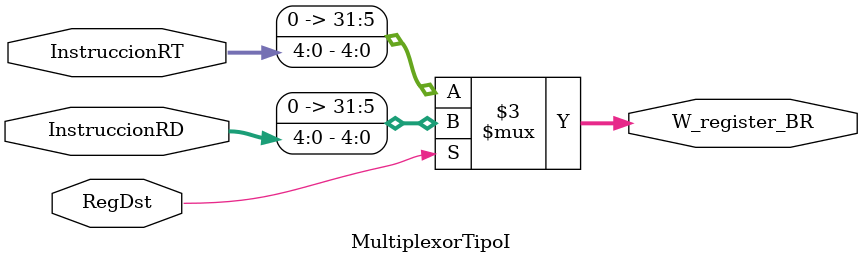
<source format=v>
module MultiplexorTipoI (
	input [4:0] InstruccionRT,
	input [4:0] InstruccionRD,
	input RegDst,
	output reg [31:0] W_register_BR
);

always @* begin
	if (RegDst) begin
		W_register_BR <= InstruccionRD;
	end
	else begin
		W_register_BR <= InstruccionRT;
	end
end

endmodule


</source>
